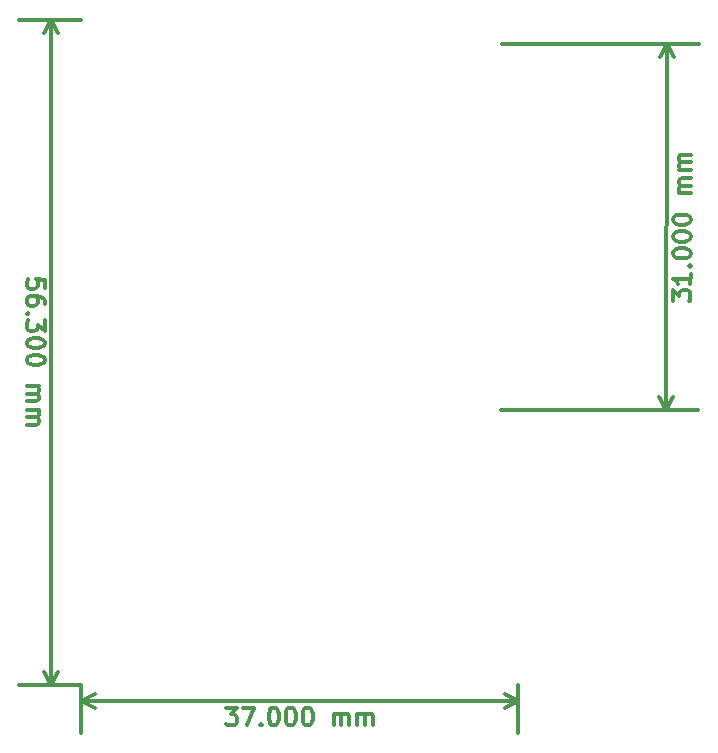
<source format=gbr>
%TF.GenerationSoftware,KiCad,Pcbnew,4.0.7*%
%TF.CreationDate,2017-11-16T17:07:26+08:00*%
%TF.ProjectId,Nixie-Tube-with-shiftR,4E697869652D547562652D776974682D,rev?*%
%TF.FileFunction,Other,ECO1*%
%FSLAX46Y46*%
G04 Gerber Fmt 4.6, Leading zero omitted, Abs format (unit mm)*
G04 Created by KiCad (PCBNEW 4.0.7) date 11/16/17 17:07:26*
%MOMM*%
%LPD*%
G01*
G04 APERTURE LIST*
%ADD10C,0.100000*%
%ADD11C,0.300000*%
G04 APERTURE END LIST*
D10*
D11*
X50057823Y-23832546D02*
X50060818Y-22903979D01*
X50630631Y-23405820D01*
X50631323Y-23191535D01*
X50703212Y-23048909D01*
X50774870Y-22977711D01*
X50917957Y-22906744D01*
X51275098Y-22907896D01*
X51417724Y-22979785D01*
X51488922Y-23051444D01*
X51559889Y-23194531D01*
X51558506Y-23623100D01*
X51486618Y-23765726D01*
X51414959Y-23836923D01*
X51565419Y-21480254D02*
X51562654Y-22337393D01*
X51564036Y-21908823D02*
X50064044Y-21903985D01*
X50277868Y-22047532D01*
X50420264Y-22190850D01*
X50491231Y-22333937D01*
X51424636Y-20836940D02*
X51496295Y-20765743D01*
X51567492Y-20837401D01*
X51495834Y-20908599D01*
X51424636Y-20836940D01*
X51567492Y-20837401D01*
X50070726Y-19832567D02*
X50071187Y-19689711D01*
X50143076Y-19547085D01*
X50214735Y-19475887D01*
X50357822Y-19404919D01*
X50643765Y-19334413D01*
X51000906Y-19335565D01*
X51286388Y-19407915D01*
X51429014Y-19479804D01*
X51500212Y-19551463D01*
X51571179Y-19694550D01*
X51570718Y-19837406D01*
X51498830Y-19980032D01*
X51427171Y-20051230D01*
X51284084Y-20122197D01*
X50998141Y-20192704D01*
X50641000Y-20191552D01*
X50355518Y-20119202D01*
X50212892Y-20047313D01*
X50141694Y-19975654D01*
X50070726Y-19832567D01*
X50075334Y-18404004D02*
X50075795Y-18261148D01*
X50147685Y-18118522D01*
X50219344Y-18047323D01*
X50362430Y-17976356D01*
X50648373Y-17905850D01*
X51005514Y-17907002D01*
X51290996Y-17979351D01*
X51433622Y-18051240D01*
X51504821Y-18122900D01*
X51575787Y-18265986D01*
X51575327Y-18408842D01*
X51503438Y-18551468D01*
X51431779Y-18622667D01*
X51288692Y-18693633D01*
X51002749Y-18764140D01*
X50645608Y-18762988D01*
X50360126Y-18690638D01*
X50217500Y-18618749D01*
X50146302Y-18547090D01*
X50075334Y-18404004D01*
X50079943Y-16975440D02*
X50080403Y-16832584D01*
X50152293Y-16689958D01*
X50223952Y-16618760D01*
X50367039Y-16547792D01*
X50652982Y-16477286D01*
X51010123Y-16478438D01*
X51295605Y-16550787D01*
X51438231Y-16622677D01*
X51509429Y-16694336D01*
X51580396Y-16837423D01*
X51579935Y-16980279D01*
X51508046Y-17122905D01*
X51436387Y-17194103D01*
X51293301Y-17265070D01*
X51007358Y-17335577D01*
X50650217Y-17334425D01*
X50364734Y-17262074D01*
X50222109Y-17190186D01*
X50150910Y-17118527D01*
X50079943Y-16975440D01*
X51587308Y-14694577D02*
X50587313Y-14691351D01*
X50730170Y-14691812D02*
X50658972Y-14620154D01*
X50588004Y-14477066D01*
X50588696Y-14262782D01*
X50660585Y-14120156D01*
X50803672Y-14049189D01*
X51589382Y-14051723D01*
X50803672Y-14049189D02*
X50661046Y-13977299D01*
X50590078Y-13834212D01*
X50590769Y-13619929D01*
X50662659Y-13477302D01*
X50805746Y-13406335D01*
X51591455Y-13408869D01*
X51593760Y-12694587D02*
X50593765Y-12691361D01*
X50736622Y-12691822D02*
X50665424Y-12620164D01*
X50594456Y-12477077D01*
X50595147Y-12262793D01*
X50667037Y-12120167D01*
X50810123Y-12049199D01*
X51595833Y-12051734D01*
X50810123Y-12049199D02*
X50667498Y-11977310D01*
X50596530Y-11834223D01*
X50597221Y-11619939D01*
X50669110Y-11477312D01*
X50812197Y-11406345D01*
X51597907Y-11408880D01*
X49599531Y-2045160D02*
X49499531Y-33045160D01*
X35600000Y-2000000D02*
X52299517Y-2053870D01*
X35500000Y-33000000D02*
X52199517Y-33053870D01*
X49499531Y-33045160D02*
X48916747Y-31916770D01*
X49499531Y-33045160D02*
X50089583Y-31920554D01*
X49599531Y-2045160D02*
X49009479Y-3169766D01*
X49599531Y-2045160D02*
X50182315Y-3173550D01*
X12214287Y-58228571D02*
X13142858Y-58228571D01*
X12642858Y-58800000D01*
X12857144Y-58800000D01*
X13000001Y-58871429D01*
X13071430Y-58942857D01*
X13142858Y-59085714D01*
X13142858Y-59442857D01*
X13071430Y-59585714D01*
X13000001Y-59657143D01*
X12857144Y-59728571D01*
X12428572Y-59728571D01*
X12285715Y-59657143D01*
X12214287Y-59585714D01*
X13642858Y-58228571D02*
X14642858Y-58228571D01*
X14000001Y-59728571D01*
X15214286Y-59585714D02*
X15285714Y-59657143D01*
X15214286Y-59728571D01*
X15142857Y-59657143D01*
X15214286Y-59585714D01*
X15214286Y-59728571D01*
X16214286Y-58228571D02*
X16357143Y-58228571D01*
X16500000Y-58300000D01*
X16571429Y-58371429D01*
X16642858Y-58514286D01*
X16714286Y-58800000D01*
X16714286Y-59157143D01*
X16642858Y-59442857D01*
X16571429Y-59585714D01*
X16500000Y-59657143D01*
X16357143Y-59728571D01*
X16214286Y-59728571D01*
X16071429Y-59657143D01*
X16000000Y-59585714D01*
X15928572Y-59442857D01*
X15857143Y-59157143D01*
X15857143Y-58800000D01*
X15928572Y-58514286D01*
X16000000Y-58371429D01*
X16071429Y-58300000D01*
X16214286Y-58228571D01*
X17642857Y-58228571D02*
X17785714Y-58228571D01*
X17928571Y-58300000D01*
X18000000Y-58371429D01*
X18071429Y-58514286D01*
X18142857Y-58800000D01*
X18142857Y-59157143D01*
X18071429Y-59442857D01*
X18000000Y-59585714D01*
X17928571Y-59657143D01*
X17785714Y-59728571D01*
X17642857Y-59728571D01*
X17500000Y-59657143D01*
X17428571Y-59585714D01*
X17357143Y-59442857D01*
X17285714Y-59157143D01*
X17285714Y-58800000D01*
X17357143Y-58514286D01*
X17428571Y-58371429D01*
X17500000Y-58300000D01*
X17642857Y-58228571D01*
X19071428Y-58228571D02*
X19214285Y-58228571D01*
X19357142Y-58300000D01*
X19428571Y-58371429D01*
X19500000Y-58514286D01*
X19571428Y-58800000D01*
X19571428Y-59157143D01*
X19500000Y-59442857D01*
X19428571Y-59585714D01*
X19357142Y-59657143D01*
X19214285Y-59728571D01*
X19071428Y-59728571D01*
X18928571Y-59657143D01*
X18857142Y-59585714D01*
X18785714Y-59442857D01*
X18714285Y-59157143D01*
X18714285Y-58800000D01*
X18785714Y-58514286D01*
X18857142Y-58371429D01*
X18928571Y-58300000D01*
X19071428Y-58228571D01*
X21357142Y-59728571D02*
X21357142Y-58728571D01*
X21357142Y-58871429D02*
X21428570Y-58800000D01*
X21571428Y-58728571D01*
X21785713Y-58728571D01*
X21928570Y-58800000D01*
X21999999Y-58942857D01*
X21999999Y-59728571D01*
X21999999Y-58942857D02*
X22071428Y-58800000D01*
X22214285Y-58728571D01*
X22428570Y-58728571D01*
X22571428Y-58800000D01*
X22642856Y-58942857D01*
X22642856Y-59728571D01*
X23357142Y-59728571D02*
X23357142Y-58728571D01*
X23357142Y-58871429D02*
X23428570Y-58800000D01*
X23571428Y-58728571D01*
X23785713Y-58728571D01*
X23928570Y-58800000D01*
X23999999Y-58942857D01*
X23999999Y-59728571D01*
X23999999Y-58942857D02*
X24071428Y-58800000D01*
X24214285Y-58728571D01*
X24428570Y-58728571D01*
X24571428Y-58800000D01*
X24642856Y-58942857D01*
X24642856Y-59728571D01*
X0Y-57700000D02*
X37000000Y-57700000D01*
X0Y-56300000D02*
X0Y-60400000D01*
X37000000Y-56300000D02*
X37000000Y-60400000D01*
X37000000Y-57700000D02*
X35873496Y-58286421D01*
X37000000Y-57700000D02*
X35873496Y-57113579D01*
X0Y-57700000D02*
X1126504Y-58286421D01*
X0Y-57700000D02*
X1126504Y-57113579D01*
X-3128571Y-22721430D02*
X-3128571Y-22007144D01*
X-3842857Y-21935715D01*
X-3771429Y-22007144D01*
X-3700000Y-22150001D01*
X-3700000Y-22507144D01*
X-3771429Y-22650001D01*
X-3842857Y-22721430D01*
X-3985714Y-22792858D01*
X-4342857Y-22792858D01*
X-4485714Y-22721430D01*
X-4557143Y-22650001D01*
X-4628571Y-22507144D01*
X-4628571Y-22150001D01*
X-4557143Y-22007144D01*
X-4485714Y-21935715D01*
X-3128571Y-24078572D02*
X-3128571Y-23792858D01*
X-3200000Y-23650001D01*
X-3271429Y-23578572D01*
X-3485714Y-23435715D01*
X-3771429Y-23364286D01*
X-4342857Y-23364286D01*
X-4485714Y-23435715D01*
X-4557143Y-23507143D01*
X-4628571Y-23650001D01*
X-4628571Y-23935715D01*
X-4557143Y-24078572D01*
X-4485714Y-24150001D01*
X-4342857Y-24221429D01*
X-3985714Y-24221429D01*
X-3842857Y-24150001D01*
X-3771429Y-24078572D01*
X-3700000Y-23935715D01*
X-3700000Y-23650001D01*
X-3771429Y-23507143D01*
X-3842857Y-23435715D01*
X-3985714Y-23364286D01*
X-4485714Y-24864286D02*
X-4557143Y-24935714D01*
X-4628571Y-24864286D01*
X-4557143Y-24792857D01*
X-4485714Y-24864286D01*
X-4628571Y-24864286D01*
X-3128571Y-25435715D02*
X-3128571Y-26364286D01*
X-3700000Y-25864286D01*
X-3700000Y-26078572D01*
X-3771429Y-26221429D01*
X-3842857Y-26292858D01*
X-3985714Y-26364286D01*
X-4342857Y-26364286D01*
X-4485714Y-26292858D01*
X-4557143Y-26221429D01*
X-4628571Y-26078572D01*
X-4628571Y-25650000D01*
X-4557143Y-25507143D01*
X-4485714Y-25435715D01*
X-3128571Y-27292857D02*
X-3128571Y-27435714D01*
X-3200000Y-27578571D01*
X-3271429Y-27650000D01*
X-3414286Y-27721429D01*
X-3700000Y-27792857D01*
X-4057143Y-27792857D01*
X-4342857Y-27721429D01*
X-4485714Y-27650000D01*
X-4557143Y-27578571D01*
X-4628571Y-27435714D01*
X-4628571Y-27292857D01*
X-4557143Y-27150000D01*
X-4485714Y-27078571D01*
X-4342857Y-27007143D01*
X-4057143Y-26935714D01*
X-3700000Y-26935714D01*
X-3414286Y-27007143D01*
X-3271429Y-27078571D01*
X-3200000Y-27150000D01*
X-3128571Y-27292857D01*
X-3128571Y-28721428D02*
X-3128571Y-28864285D01*
X-3200000Y-29007142D01*
X-3271429Y-29078571D01*
X-3414286Y-29150000D01*
X-3700000Y-29221428D01*
X-4057143Y-29221428D01*
X-4342857Y-29150000D01*
X-4485714Y-29078571D01*
X-4557143Y-29007142D01*
X-4628571Y-28864285D01*
X-4628571Y-28721428D01*
X-4557143Y-28578571D01*
X-4485714Y-28507142D01*
X-4342857Y-28435714D01*
X-4057143Y-28364285D01*
X-3700000Y-28364285D01*
X-3414286Y-28435714D01*
X-3271429Y-28507142D01*
X-3200000Y-28578571D01*
X-3128571Y-28721428D01*
X-4628571Y-31007142D02*
X-3628571Y-31007142D01*
X-3771429Y-31007142D02*
X-3700000Y-31078570D01*
X-3628571Y-31221428D01*
X-3628571Y-31435713D01*
X-3700000Y-31578570D01*
X-3842857Y-31649999D01*
X-4628571Y-31649999D01*
X-3842857Y-31649999D02*
X-3700000Y-31721428D01*
X-3628571Y-31864285D01*
X-3628571Y-32078570D01*
X-3700000Y-32221428D01*
X-3842857Y-32292856D01*
X-4628571Y-32292856D01*
X-4628571Y-33007142D02*
X-3628571Y-33007142D01*
X-3771429Y-33007142D02*
X-3700000Y-33078570D01*
X-3628571Y-33221428D01*
X-3628571Y-33435713D01*
X-3700000Y-33578570D01*
X-3842857Y-33649999D01*
X-4628571Y-33649999D01*
X-3842857Y-33649999D02*
X-3700000Y-33721428D01*
X-3628571Y-33864285D01*
X-3628571Y-34078570D01*
X-3700000Y-34221428D01*
X-3842857Y-34292856D01*
X-4628571Y-34292856D01*
X-2600000Y0D02*
X-2600000Y-56300000D01*
X0Y0D02*
X-5300000Y0D01*
X0Y-56300000D02*
X-5300000Y-56300000D01*
X-2600000Y-56300000D02*
X-3186421Y-55173496D01*
X-2600000Y-56300000D02*
X-2013579Y-55173496D01*
X-2600000Y0D02*
X-3186421Y-1126504D01*
X-2600000Y0D02*
X-2013579Y-1126504D01*
M02*

</source>
